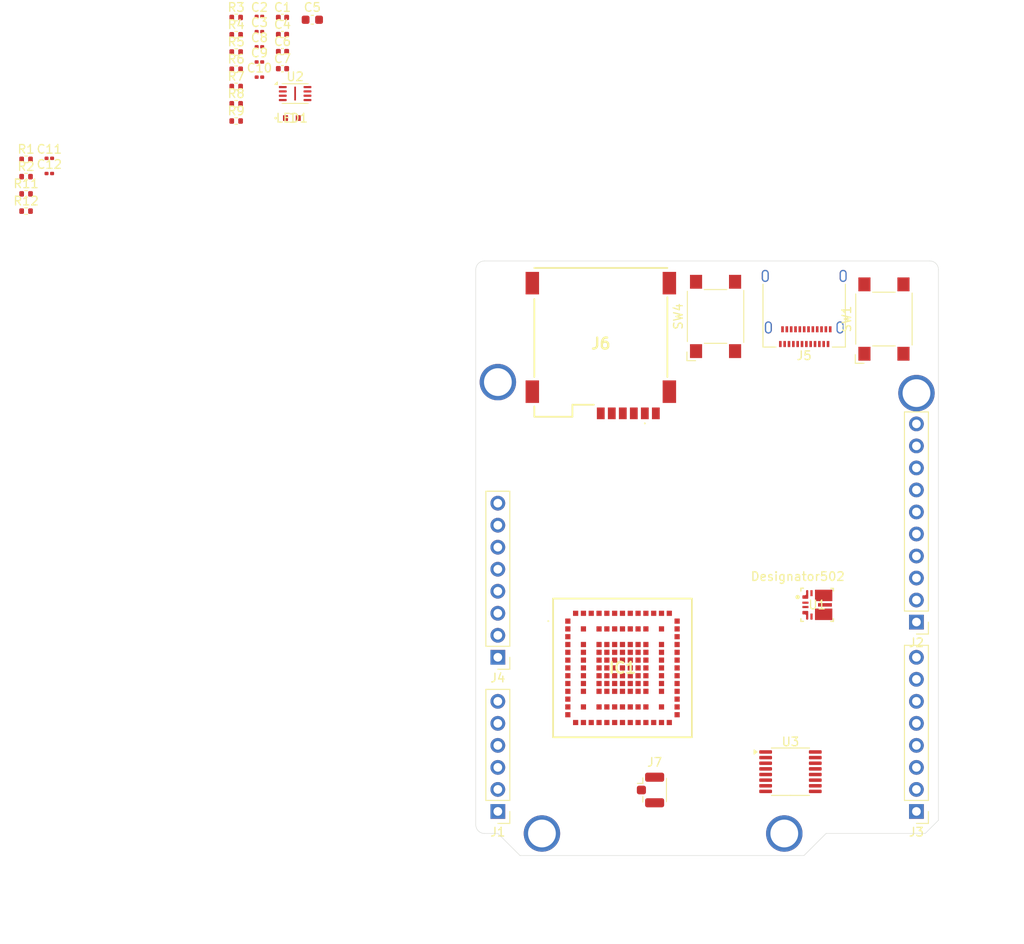
<source format=kicad_pcb>
(kicad_pcb (version 20241229) (generator "pcbnew") (generator_version "9.0")
  (layers (0 "F.Cu" signal) (4 "In1.Cu" signal) (6 "In2.Cu" signal) (2 "B.Cu" signal) (13 "F.Paste" user) (15 "B.Paste" user) (5 "F.SilkS" user "F.Silkscreen") (7 "B.SilkS" user "B.Silkscreen") (1 "F.Mask" user) (3 "B.Mask" user) (25 "Edge.Cuts" user))
  (net 0 "")
  (net 12 "V_INT")
  (net 18 "CELL_RXD")
  (net 19 "CELL_TXD")
  (net 20 "5V")
  (net 22 "GND")
  (net 23 "Net-(J5-GND-PadA1)")
  (net 50 "SIM_VCC")
  (net 51 "VCC")
  (net 52 "SIM_RST")
  (net 53 "SIM_CLK")
  (net 54 "SIM_IO")
  (net 181 "Net-(LED1-Pad2)")
  (net 182 "Net-(U1-MODE)")
  (net 183 "Net-(U1-FB)")
  (net 184 "V_USB")
  (net 185 "VCC_EN")
  (net 186 "THERMAL")
  (net 196 "Net-(U3-2DIR)")
  (net 197 "Net-(U3-1DIR)")
  (net 199 "Net-(U3-2~{OE})")
  (net 200 "Net-(U3-1~{OE})")
  (net 208 "MCU_NRST")
  (net 209 "MCU_BOOT0")
  (net 210 "VIN")
  (net 211 "IOREF")
  (net 212 "A4")
  (net 213 "A5")
  (net 214 "A2")
  (net 215 "A0")
  (net 216 "A1")
  (net 217 "A3")
  (net 218 "D0_USART1_RX")
  (net 219 "D1_USART1_TX")
  (net 220 "3V3")
  (footprint "footprints:LEXIR10801D00B00" (layer "F.Cu") (at 140.818 99.978)
    (property "Reference" "IC1" (at 0 0 0) (layer "F.SilkS") (effects (font (size 1.27 1.27) (thickness 0.254))))
    (property "Value" "LEXI-R10801D-00B-00" (hide yes))
    (pad "1" smd rect (at -6.3 -5.4 90) (size 0.6 0.6) (layers "F.Cu" "F.Mask" "F.Paste"))
    (pad "2" smd rect (at -6.3 -4.5 90) (size 0.6 0.6) (layers "F.Cu" "F.Mask" "F.Paste"))
    (pad "3" smd rect (at -6.3 -3.6 90) (size 0.6 0.6) (layers "F.Cu" "F.Mask" "F.Paste"))
    (pad "4" smd rect (at -6.3 -2.7 90) (size 0.6 0.6) (layers "F.Cu" "F.Mask" "F.Paste") (net 18 "CELL_RXD"))
    (pad "5" smd rect (at -6.3 -1.8 90) (size 0.6 0.6) (layers "F.Cu" "F.Mask" "F.Paste") (net 19 "CELL_TXD"))
    (pad "6" smd rect (at -6.3 -0.9 90) (size 0.6 0.6) (layers "F.Cu" "F.Mask" "F.Paste"))
    (pad "7" smd rect (at -6.3 0 90) (size 0.6 0.6) (layers "F.Cu" "F.Mask" "F.Paste"))
    (pad "8" smd rect (at -6.3 0.9 90) (size 0.6 0.6) (layers "F.Cu" "F.Mask" "F.Paste"))
    (pad "9" smd rect (at -6.3 1.8 90) (size 0.6 0.6) (layers "F.Cu" "F.Mask" "F.Paste"))
    (pad "10" smd rect (at -6.3 2.7 90) (size 0.6 0.6) (layers "F.Cu" "F.Mask" "F.Paste"))
    (pad "11" smd rect (at -6.3 3.6 90) (size 0.6 0.6) (layers "F.Cu" "F.Mask" "F.Paste"))
    (pad "12" smd rect (at -6.3 4.5 90) (size 0.6 0.6) (layers "F.Cu" "F.Mask" "F.Paste"))
    (pad "13" smd rect (at -6.3 5.4 90) (size 0.6 0.6) (layers "F.Cu" "F.Mask" "F.Paste"))
    (pad "14" smd rect (at -5.4 6.3 90) (size 0.6 0.6) (layers "F.Cu" "F.Mask" "F.Paste"))
    (pad "15" smd rect (at -4.5 6.3 90) (size 0.6 0.6) (layers "F.Cu" "F.Mask" "F.Paste"))
    (pad "16" smd rect (at -3.6 6.3 90) (size 0.6 0.6) (layers "F.Cu" "F.Mask" "F.Paste"))
    (pad "17" smd rect (at -2.7 6.3 90) (size 0.6 0.6) (layers "F.Cu" "F.Mask" "F.Paste"))
    (pad "18" smd rect (at -1.8 6.3 90) (size 0.6 0.6) (layers "F.Cu" "F.Mask" "F.Paste"))
    (pad "19" smd rect (at -0.9 6.3 90) (size 0.6 0.6) (layers "F.Cu" "F.Mask" "F.Paste"))
    (pad "20" smd rect (at 0 6.3 90) (size 0.6 0.6) (layers "F.Cu" "F.Mask" "F.Paste"))
    (pad "21" smd rect (at 0.9 6.3 90) (size 0.6 0.6) (layers "F.Cu" "F.Mask" "F.Paste"))
    (pad "22" smd rect (at 1.8 6.3 90) (size 0.6 0.6) (layers "F.Cu" "F.Mask" "F.Paste"))
    (pad "23" smd rect (at 2.7 6.3 90) (size 0.6 0.6) (layers "F.Cu" "F.Mask" "F.Paste"))
    (pad "24" smd rect (at 3.6 6.3 90) (size 0.6 0.6) (layers "F.Cu" "F.Mask" "F.Paste"))
    (pad "25" smd rect (at 4.5 6.3 90) (size 0.6 0.6) (layers "F.Cu" "F.Mask" "F.Paste"))
    (pad "26" smd rect (at 5.4 6.3 90) (size 0.6 0.6) (layers "F.Cu" "F.Mask" "F.Paste"))
    (pad "27" smd rect (at 6.3 5.4 90) (size 0.6 0.6) (layers "F.Cu" "F.Mask" "F.Paste"))
    (pad "28" smd rect (at 6.3 4.5 90) (size 0.6 0.6) (layers "F.Cu" "F.Mask" "F.Paste"))
    (pad "29" smd rect (at 6.3 3.6 90) (size 0.6 0.6) (layers "F.Cu" "F.Mask" "F.Paste"))
    (pad "30" smd rect (at 6.3 2.7 90) (size 0.6 0.6) (layers "F.Cu" "F.Mask" "F.Paste") (net 52 "SIM_RST"))
    (pad "31" smd rect (at 6.3 1.8 90) (size 0.6 0.6) (layers "F.Cu" "F.Mask" "F.Paste") (net 53 "SIM_CLK"))
    (pad "32" smd rect (at 6.3 0.9 90) (size 0.6 0.6) (layers "F.Cu" "F.Mask" "F.Paste") (net 54 "SIM_IO"))
    (pad "33" smd rect (at 6.3 0 90) (size 0.6 0.6) (layers "F.Cu" "F.Mask" "F.Paste") (net 50 "SIM_VCC"))
    (pad "34" smd rect (at 6.3 -0.9 90) (size 0.6 0.6) (layers "F.Cu" "F.Mask" "F.Paste"))
    (pad "35" smd rect (at 6.3 -1.8 90) (size 0.6 0.6) (layers "F.Cu" "F.Mask" "F.Paste"))
    (pad "36" smd rect (at 6.3 -2.7 90) (size 0.6 0.6) (layers "F.Cu" "F.Mask" "F.Paste"))
    (pad "37" smd rect (at 6.3 -3.6 90) (size 0.6 0.6) (layers "F.Cu" "F.Mask" "F.Paste"))
    (pad "38" smd rect (at 6.3 -4.5 90) (size 0.6 0.6) (layers "F.Cu" "F.Mask" "F.Paste"))
    (pad "39" smd rect (at 6.3 -5.4 90) (size 0.6 0.6) (layers "F.Cu" "F.Mask" "F.Paste"))
    (pad "40" smd rect (at 5.4 -6.3 90) (size 0.6 0.6) (layers "F.Cu" "F.Mask" "F.Paste"))
    (pad "41" smd rect (at 4.5 -6.3 90) (size 0.6 0.6) (layers "F.Cu" "F.Mask" "F.Paste"))
    (pad "42" smd rect (at 3.6 -6.3 90) (size 0.6 0.6) (layers "F.Cu" "F.Mask" "F.Paste"))
    (pad "43" smd rect (at 2.7 -6.3 90) (size 0.6 0.6) (layers "F.Cu" "F.Mask" "F.Paste") (net 12 "V_INT"))
    (pad "44" smd rect (at 1.8 -6.3 90) (size 0.6 0.6) (layers "F.Cu" "F.Mask" "F.Paste"))
    (pad "45" smd rect (at 0.9 -6.3 90) (size 0.6 0.6) (layers "F.Cu" "F.Mask" "F.Paste"))
    (pad "46" smd rect (at 0 -6.3 90) (size 0.6 0.6) (layers "F.Cu" "F.Mask" "F.Paste"))
    (pad "47" smd rect (at -0.9 -6.3 90) (size 0.6 0.6) (layers "F.Cu" "F.Mask" "F.Paste"))
    (pad "48" smd rect (at -1.8 -6.3 90) (size 0.6 0.6) (layers "F.Cu" "F.Mask" "F.Paste"))
    (pad "49" smd rect (at -2.7 -6.3 90) (size 0.6 0.6) (layers "F.Cu" "F.Mask" "F.Paste"))
    (pad "50" smd rect (at -3.6 -6.3 90) (size 0.6 0.6) (layers "F.Cu" "F.Mask" "F.Paste"))
    (pad "51" smd rect (at -4.5 -6.3 90) (size 0.6 0.6) (layers "F.Cu" "F.Mask" "F.Paste"))
    (pad "52" smd rect (at -5.4 -6.3 90) (size 0.6 0.6) (layers "F.Cu" "F.Mask" "F.Paste"))
    (pad "53" smd rect (at -4.5 -4.5 90) (size 0.6 0.6) (layers "F.Cu" "F.Mask" "F.Paste"))
    (pad "54" smd rect (at -2.7 -4.5 90) (size 0.6 0.6) (layers "F.Cu" "F.Mask" "F.Paste"))
    (pad "55" smd rect (at -1.8 -4.5 90) (size 0.6 0.6) (layers "F.Cu" "F.Mask" "F.Paste"))
    (pad "56" smd rect (at -0.9 -4.5 90) (size 0.6 0.6) (layers "F.Cu" "F.Mask" "F.Paste"))
    (pad "57" smd rect (at 0 -4.5 90) (size 0.6 0.6) (layers "F.Cu" "F.Mask" "F.Paste"))
    (pad "58" smd rect (at 0.9 -4.5 90) (size 0.6 0.6) (layers "F.Cu" "F.Mask" "F.Paste"))
    (pad "59" smd rect (at 1.8 -4.5 90) (size 0.6 0.6) (layers "F.Cu" "F.Mask" "F.Paste"))
    (pad "60" smd rect (at 2.7 -4.5 90) (size 0.6 0.6) (layers "F.Cu" "F.Mask" "F.Paste"))
    (pad "61" smd rect (at 4.5 -4.5 90) (size 0.6 0.6) (layers "F.Cu" "F.Mask" "F.Paste"))
    (pad "62" smd rect (at -4.5 -2.7 90) (size 0.6 0.6) (layers "F.Cu" "F.Mask" "F.Paste"))
    (pad "63" smd rect (at -2.7 -2.7 90) (size 0.6 0.6) (layers "F.Cu" "F.Mask" "F.Paste"))
    (pad "64" smd rect (at -1.8 -2.7 90) (size 0.6 0.6) (layers "F.Cu" "F.Mask" "F.Paste"))
    (pad "65" smd rect (at -0.9 -2.7 90) (size 0.6 0.6) (layers "F.Cu" "F.Mask" "F.Paste"))
    (pad "66" smd rect (at 0 -2.7 90) (size 0.6 0.6) (layers "F.Cu" "F.Mask" "F.Paste"))
    (pad "67" smd rect (at 0.9 -2.7 90) (size 0.6 0.6) (layers "F.Cu" "F.Mask" "F.Paste"))
    (pad "68" smd rect (at 1.8 -2.7 90) (size 0.6 0.6) (layers "F.Cu" "F.Mask" "F.Paste"))
    (pad "69" smd rect (at 2.7 -2.7 90) (size 0.6 0.6) (layers "F.Cu" "F.Mask" "F.Paste"))
    (pad "70" smd rect (at 4.5 -2.7 90) (size 0.6 0.6) (layers "F.Cu" "F.Mask" "F.Paste"))
    (pad "71" smd rect (at -4.5 -1.8 90) (size 0.6 0.6) (layers "F.Cu" "F.Mask" "F.Paste"))
    (pad "72" smd rect (at -2.7 -1.8 90) (size 0.6 0.6) (layers "F.Cu" "F.Mask" "F.Paste"))
    (pad "73" smd rect (at -1.8 -1.8 90) (size 0.6 0.6) (layers "F.Cu" "F.Mask" "F.Paste"))
    (pad "74" smd rect (at -0.9 -1.8 90) (size 0.6 0.6) (layers "F.Cu" "F.Mask" "F.Paste"))
    (pad "75" smd rect (at 0 -1.8 90) (size 0.6 0.6) (layers "F.Cu" "F.Mask" "F.Paste"))
    (pad "76" smd rect (at 0.9 -1.8 90) (size 0.6 0.6) (layers "F.Cu" "F.Mask" "F.Paste"))
    (pad "77" smd rect (at 1.8 -1.8 90) (size 0.6 0.6) (layers "F.Cu" "F.Mask" "F.Paste"))
    (pad "78" smd rect (at 2.7 -1.8 90) (size 0.6 0.6) (layers "F.Cu" "F.Mask" "F.Paste"))
    (pad "79" smd rect (at 4.5 -1.8 90) (size 0.6 0.6) (layers "F.Cu" "F.Mask" "F.Paste"))
    (pad "80" smd rect (at -4.5 -0.9 90) (size 0.6 0.6) (layers "F.Cu" "F.Mask" "F.Paste"))
    (pad "81" smd rect (at -2.7 -0.9 90) (size 0.6 0.6) (layers "F.Cu" "F.Mask" "F.Paste"))
    (pad "82" smd rect (at -1.8 -0.9 90) (size 0.6 0.6) (layers "F.Cu" "F.Mask" "F.Paste"))
    (pad "83" smd rect (at -0.9 -0.9 90) (size 0.6 0.6) (layers "F.Cu" "F.Mask" "F.Paste"))
    (pad "84" smd rect (at 0 -0.9 90) (size 0.6 0.6) (layers "F.Cu" "F.Mask" "F.Paste"))
    (pad "85" smd rect (at 0.9 -0.9 90) (size 0.6 0.6) (layers "F.Cu" "F.Mask" "F.Paste"))
    (pad "86" smd rect (at 1.8 -0.9 90) (size 0.6 0.6) (layers "F.Cu" "F.Mask" "F.Paste"))
    (pad "87" smd rect (at 2.7 -0.9 90) (size 0.6 0.6) (layers "F.Cu" "F.Mask" "F.Paste"))
    (pad "88" smd rect (at 4.5 -0.9 90) (size 0.6 0.6) (layers "F.Cu" "F.Mask" "F.Paste"))
    (pad "89" smd rect (at -4.5 0 90) (size 0.6 0.6) (layers "F.Cu" "F.Mask" "F.Paste"))
    (pad "90" smd rect (at -2.7 0 90) (size 0.6 0.6) (layers "F.Cu" "F.Mask" "F.Paste"))
    (pad "91" smd rect (at -1.8 0 90) (size 0.6 0.6) (layers "F.Cu" "F.Mask" "F.Paste"))
    (pad "92" smd rect (at -0.9 0 90) (size 0.6 0.6) (layers "F.Cu" "F.Mask" "F.Paste"))
    (pad "93" smd rect (at 0 0 90) (size 0.6 0.6) (layers "F.Cu" "F.Mask" "F.Paste"))
    (pad "94" smd rect (at 0.9 0 90) (size 0.6 0.6) (layers "F.Cu" "F.Mask" "F.Paste"))
    (pad "95" smd rect (at 1.8 0 90) (size 0.6 0.6) (layers "F.Cu" "F.Mask" "F.Paste"))
    (pad "96" smd rect (at 2.7 0 90) (size 0.6 0.6) (layers "F.Cu" "F.Mask" "F.Paste"))
    (pad "97" smd rect (at 4.5 0 90) (size 0.6 0.6) (layers "F.Cu" "F.Mask" "F.Paste"))
    (pad "98" smd rect (at -4.5 0.9 90) (size 0.6 0.6) (layers "F.Cu" "F.Mask" "F.Paste"))
    (pad "99" smd rect (at -2.7 0.9 90) (size 0.6 0.6) (layers "F.Cu" "F.Mask" "F.Paste"))
    (pad "100" smd rect (at -1.8 0.9 90) (size 0.6 0.6) (layers "F.Cu" "F.Mask" "F.Paste"))
    (pad "101" smd rect (at -0.9 0.9 90) (size 0.6 0.6) (layers "F.Cu" "F.Mask" "F.Paste"))
    (pad "102" smd rect (at 0 0.9 90) (size 0.6 0.6) (layers "F.Cu" "F.Mask" "F.Paste"))
    (pad "103" smd rect (at 0.9 0.9 90) (size 0.6 0.6) (layers "F.Cu" "F.Mask" "F.Paste"))
    (pad "104" smd rect (at 1.8 0.9 90) (size 0.6 0.6) (layers "F.Cu" "F.Mask" "F.Paste"))
    (pad "105" smd rect (at 2.7 0.9 90) (size 0.6 0.6) (layers "F.Cu" "F.Mask" "F.Paste"))
    (pad "106" smd rect (at 4.5 0.9 90) (size 0.6 0.6) (layers "F.Cu" "F.Mask" "F.Paste"))
    (pad "107" smd rect (at -4.5 1.8 90) (size 0.6 0.6) (layers "F.Cu" "F.Mask" "F.Paste"))
    (pad "108" smd rect (at -2.7 1.8 90) (size 0.6 0.6) (layers "F.Cu" "F.Mask" "F.Paste"))
    (pad "109" smd rect (at -1.8 1.8 90) (size 0.6 0.6) (layers "F.Cu" "F.Mask" "F.Paste"))
    (pad "110" smd rect (at -0.9 1.8 90) (size 0.6 0.6) (layers "F.Cu" "F.Mask" "F.Paste"))
    (pad "111" smd rect (at 0 1.8 90) (size 0.6 0.6) (layers "F.Cu" "F.Mask" "F.Paste"))
    (pad "112" smd rect (at 0.9 1.8 90) (size 0.6 0.6) (layers "F.Cu" "F.Mask" "F.Paste"))
    (pad "113" smd rect (at 1.8 1.8 90) (size 0.6 0.6) (layers "F.Cu" "F.Mask" "F.Paste"))
    (pad "114" smd rect (at 2.7 1.8 90) (size 0.6 0.6) (layers "F.Cu" "F.Mask" "F.Paste"))
    (pad "115" smd rect (at 4.5 1.8 90) (size 0.6 0.6) (layers "F.Cu" "F.Mask" "F.Paste"))
    (pad "116" smd rect (at -4.5 2.7 90) (size 0.6 0.6) (layers "F.Cu" "F.Mask" "F.Paste"))
    (pad "117" smd rect (at -2.7 2.7 90) (size 0.6 0.6) (layers "F.Cu" "F.Mask" "F.Paste"))
    (pad "118" smd rect (at -1.8 2.7 90) (size 0.6 0.6) (layers "F.Cu" "F.Mask" "F.Paste"))
    (pad "119" smd rect (at -0.9 2.7 90) (size 0.6 0.6) (layers "F.Cu" "F.Mask" "F.Paste"))
    (pad "120" smd rect (at 0 2.7 90) (size 0.6 0.6) (layers "F.Cu" "F.Mask" "F.Paste"))
    (pad "121" smd rect (at 0.9 2.7 90) (size 0.6 0.6) (layers "F.Cu" "F.Mask" "F.Paste"))
    (pad "122" smd rect (at 1.8 2.7 90) (size 0.6 0.6) (layers "F.Cu" "F.Mask" "F.Paste"))
    (pad "123" smd rect (at 2.7 2.7 90) (size 0.6 0.6) (layers "F.Cu" "F.Mask" "F.Paste"))
    (pad "124" smd rect (at 4.5 2.7 90) (size 0.6 0.6) (layers "F.Cu" "F.Mask" "F.Paste"))
    (pad "125" smd rect (at -4.5 4.5 90) (size 0.6 0.6) (layers "F.Cu" "F.Mask" "F.Paste"))
    (pad "126" smd rect (at -2.7 4.5 90) (size 0.6 0.6) (layers "F.Cu" "F.Mask" "F.Paste"))
    (pad "127" smd rect (at -1.8 4.5 90) (size 0.6 0.6) (layers "F.Cu" "F.Mask" "F.Paste"))
    (pad "128" smd rect (at -0.9 4.5 90) (size 0.6 0.6) (layers "F.Cu" "F.Mask" "F.Paste"))
    (pad "129" smd rect (at 0 4.5 90) (size 0.6 0.6) (layers "F.Cu" "F.Mask" "F.Paste"))
    (pad "130" smd rect (at 0.9 4.5 90) (size 0.6 0.6) (layers "F.Cu" "F.Mask" "F.Paste"))
    (pad "131" smd rect (at 1.8 4.5 90) (size 0.6 0.6) (layers "F.Cu" "F.Mask" "F.Paste"))
    (pad "132" smd rect (at 2.7 4.5 90) (size 0.6 0.6) (layers "F.Cu" "F.Mask" "F.Paste"))
    (pad "133" smd rect (at 4.5 4.5 90) (size 0.6 0.6) (layers "F.Cu" "F.Mask" "F.Paste"))
  )
  (footprint "Resistor_SMD:R_0402_1005Metric" (layer "F.Cu") (at 96.281 24.95)
    (property "Reference" "R3" (at 0 -1.17 0) (layer "F.SilkS"))
    (property "Value" "10K 1%")
    (pad "1" smd roundrect (at -0.51 0) (size 0.54 0.64) (layers "F.Cu" "F.Mask" "F.Paste") (net 20 "5V"))
    (pad "2" smd roundrect (at 0.51 0) (size 0.54 0.64) (layers "F.Cu" "F.Mask" "F.Paste") (net 182 "Net-(U1-MODE)"))
  )
  (footprint "Resistor_SMD:R_0402_1005Metric" (layer "F.Cu") (at 72.058 47.285)
    (property "Reference" "R12" (at 0 -1.17 0) (layer "F.SilkS"))
    (property "Value" "10K 1%")
    (pad "1" smd roundrect (at -0.51 0) (size 0.54 0.64) (layers "F.Cu" "F.Mask" "F.Paste") (net 200 "Net-(U3-1~{OE})"))
    (pad "2" smd roundrect (at 0.51 0) (size 0.54 0.64) (layers "F.Cu" "F.Mask" "F.Paste") (net 22 "GND"))
  )
  (footprint "Package_SON:Winbond_USON-8-1EP_3x2mm_P0.5mm_EP0.2x1.6mm" (layer "F.Cu") (at 103.076 33.725)
    (property "Reference" "U2" (at 0 -1.95 0) (layer "F.SilkS"))
    (property "Value" "APS1604M-3SQRx-ZR")
    (pad "1" smd roundrect (at -1.425 -0.75) (size 0.9 0.25) (layers "F.Cu" "F.Mask" "F.Paste"))
    (pad "2" smd roundrect (at -1.425 -0.25) (size 0.9 0.25) (layers "F.Cu" "F.Mask" "F.Paste"))
    (pad "3" smd roundrect (at -1.425 0.25) (size 0.9 0.25) (layers "F.Cu" "F.Mask" "F.Paste"))
    (pad "4" smd roundrect (at -1.425 0.75) (size 0.9 0.25) (layers "F.Cu" "F.Mask" "F.Paste"))
    (pad "5" smd roundrect (at 1.425 0.75) (size 0.9 0.25) (layers "F.Cu" "F.Mask" "F.Paste"))
    (pad "6" smd roundrect (at 1.425 0.25) (size 0.9 0.25) (layers "F.Cu" "F.Mask" "F.Paste"))
    (pad "7" smd roundrect (at 1.425 -0.25) (size 0.9 0.25) (layers "F.Cu" "F.Mask" "F.Paste"))
    (pad "8" smd roundrect (at 1.425 -0.75) (size 0.9 0.25) (layers "F.Cu" "F.Mask" "F.Paste"))
    (pad "9" smd rect (at 0 0) (size 0.2 1.6) (property pad_prop_heatsink) (layers "F.Cu" "F.Mask"))
  )
  (footprint "Resistor_SMD:R_0402_1005Metric" (layer "F.Cu") (at 72.058 45.295)
    (property "Reference" "R11" (at 0 -1.17 0) (layer "F.SilkS"))
    (property "Value" "10K 1%")
    (pad "1" smd roundrect (at -0.51 0) (size 0.54 0.64) (layers "F.Cu" "F.Mask" "F.Paste") (net 199 "Net-(U3-2~{OE})"))
    (pad "2" smd roundrect (at 0.51 0) (size 0.54 0.64) (layers "F.Cu" "F.Mask" "F.Paste") (net 22 "GND"))
  )
  (footprint "Connector_USB:USB_C_Receptacle_Amphenol_12401610E4-2A" (layer "F.Cu") (at 161.768 57.596 180)
    (property "Reference" "J5" (at 0 -6.36 0) (layer "F.SilkS"))
    (property "Value" "USB_C_Receptacle")
    (pad "" np_thru_hole circle (at -3.6 -4.36 180) (size 0.65 0.65) (drill 0.65) (layers "*.Cu" "*.Mask"))
    (pad "" np_thru_hole oval (at 3.6 -4.36 180) (size 0.95 0.65) (drill oval 0.95 0.65) (layers "*.Cu" "*.Mask"))
    (pad "A1" smd rect (at -2.75 -5.02 180) (size 0.3 0.7) (layers "F.Cu" "F.Mask" "F.Paste") (net 23 "Net-(J5-GND-PadA1)"))
    (pad "A2" smd rect (at -2.25 -5.02 180) (size 0.3 0.7) (layers "F.Cu" "F.Mask" "F.Paste"))
    (pad "A3" smd rect (at -1.75 -5.02 180) (size 0.3 0.7) (layers "F.Cu" "F.Mask" "F.Paste"))
    (pad "A4" smd rect (at -1.25 -5.02 180) (size 0.3 0.7) (layers "F.Cu" "F.Mask" "F.Paste") (net 20 "5V"))
    (pad "A5" smd rect (at -0.75 -5.02 180) (size 0.3 0.7) (layers "F.Cu" "F.Mask" "F.Paste"))
    (pad "A6" smd rect (at -0.25 -5.02 180) (size 0.3 0.7) (layers "F.Cu" "F.Mask" "F.Paste"))
    (pad "A7" smd rect (at 0.25 -5.02 180) (size 0.3 0.7) (layers "F.Cu" "F.Mask" "F.Paste"))
    (pad "A8" smd rect (at 0.75 -5.02 180) (size 0.3 0.7) (layers "F.Cu" "F.Mask" "F.Paste"))
    (pad "A9" smd rect (at 1.25 -5.02 180) (size 0.3 0.7) (layers "F.Cu" "F.Mask" "F.Paste") (net 20 "5V"))
    (pad "A10" smd rect (at 1.75 -5.02 180) (size 0.3 0.7) (layers "F.Cu" "F.Mask" "F.Paste"))
    (pad "A11" smd rect (at 2.25 -5.02 180) (size 0.3 0.7) (layers "F.Cu" "F.Mask" "F.Paste"))
    (pad "A12" smd rect (at 2.75 -5.02 180) (size 0.3 0.7) (layers "F.Cu" "F.Mask" "F.Paste") (net 23 "Net-(J5-GND-PadA1)"))
    (pad "B1" smd rect (at 2.5 -3.32 180) (size 0.3 0.7) (layers "F.Cu" "F.Mask" "F.Paste") (net 23 "Net-(J5-GND-PadA1)"))
    (pad "B2" smd rect (at 2 -3.32 180) (size 0.3 0.7) (layers "F.Cu" "F.Mask" "F.Paste"))
    (pad "B3" smd rect (at 1.5 -3.32 180) (size 0.3 0.7) (layers "F.Cu" "F.Mask" "F.Paste"))
    (pad "B4" smd rect (at 1 -3.32 180) (size 0.3 0.7) (layers "F.Cu" "F.Mask" "F.Paste") (net 20 "5V"))
    (pad "B5" smd rect (at 0.5 -3.32 180) (size 0.3 0.7) (layers "F.Cu" "F.Mask" "F.Paste"))
    (pad "B6" smd rect (at 0 -3.32 180) (size 0.3 0.7) (layers "F.Cu" "F.Mask" "F.Paste"))
    (pad "B7" smd rect (at -0.5 -3.32 180) (size 0.3 0.7) (layers "F.Cu" "F.Mask" "F.Paste"))
    (pad "B8" smd rect (at -1 -3.32 180) (size 0.3 0.7) (layers "F.Cu" "F.Mask" "F.Paste"))
    (pad "B9" smd rect (at -1.5 -3.32 180) (size 0.3 0.7) (layers "F.Cu" "F.Mask" "F.Paste") (net 20 "5V"))
    (pad "B10" smd rect (at -2 -3.32 180) (size 0.3 0.7) (layers "F.Cu" "F.Mask" "F.Paste"))
    (pad "B11" smd rect (at -2.5 -3.32 180) (size 0.3 0.7) (layers "F.Cu" "F.Mask" "F.Paste"))
    (pad "B12" smd rect (at -3 -3.32 180) (size 0.3 0.7) (layers "F.Cu" "F.Mask" "F.Paste") (net 23 "Net-(J5-GND-PadA1)"))
    (pad "S1" thru_hole oval (at -4.49 2.84 180) (size 0.8 1.4) (drill oval 0.5 1.1) (property pad_prop_heatsink) (layers "*.Cu" "*.Mask"))
    (pad "S1" thru_hole oval (at -4.13 -3.11 180) (size 0.8 1.4) (drill oval 0.5 1.1) (property pad_prop_heatsink) (layers "*.Cu" "*.Mask"))
    (pad "S1" thru_hole oval (at 4.13 -3.11 180) (size 0.8 1.4) (drill oval 0.5 1.1) (property pad_prop_heatsink) (layers "*.Cu" "*.Mask"))
    (pad "S1" thru_hole oval (at 4.49 2.84 180) (size 0.8 1.4) (drill oval 0.5 1.1) (property pad_prop_heatsink) (layers "*.Cu" "*.Mask"))
  )
  (footprint "Resistor_SMD:R_0402_1005Metric" (layer "F.Cu") (at 72.058 43.305)
    (property "Reference" "R2" (at 0 -1.17 0) (layer "F.SilkS"))
    (property "Value" "10K 1%")
    (pad "1" smd roundrect (at -0.51 0) (size 0.54 0.64) (layers "F.Cu" "F.Mask" "F.Paste") (net 197 "Net-(U3-1DIR)"))
    (pad "2" smd roundrect (at 0.51 0) (size 0.54 0.64) (layers "F.Cu" "F.Mask" "F.Paste") (net 22 "GND"))
  )
  (footprint "Capacitor_SMD:C_0201_0603Metric" (layer "F.Cu") (at 98.961 31.83)
    (property "Reference" "C10" (at 0 -1.05 0) (layer "F.SilkS"))
    (property "Value" "33P 50V")
    (pad "1" smd roundrect (at -0.32 0) (size 0.46 0.4) (layers "F.Cu" "F.Mask") (net 22 "GND"))
    (pad "2" smd roundrect (at 0.32 0) (size 0.46 0.4) (layers "F.Cu" "F.Mask") (net 54 "SIM_IO"))
  )
  (footprint "Button_Switch_SMD:SW_SPST_Omron_B3FS-100xP" (layer "F.Cu") (at 170.963 59.736 90)
    (property "Reference" "SW1" (at 0 -4.3 90) (layer "F.SilkS"))
    (property "Value" "B3FS-1000P")
    (pad "1" smd rect (at -4 -2.25 270) (size 1.6 1.4) (layers "F.Cu" "F.Mask" "F.Paste"))
    (pad "1" smd rect (at 4 -2.25 270) (size 1.6 1.4) (layers "F.Cu" "F.Mask" "F.Paste"))
    (pad "2" smd rect (at -4 2.25 270) (size 1.6 1.4) (layers "F.Cu" "F.Mask" "F.Paste"))
    (pad "2" smd rect (at 4 2.25 270) (size 1.6 1.4) (layers "F.Cu" "F.Mask" "F.Paste"))
  )
  (footprint "footprints:LED_LTST-S270TGKT_LTO-L" (layer "F.Cu") (at 102.7053 36.5538)
    (property "Reference" "LED1" (at 0 0 0) (layer "F.SilkS"))
    (property "Value" "LTST-S270TGKT")
    (pad "1" smd rect (at -0.7366 0) (size 0.5842 0.6604) (layers "F.Cu" "F.Mask" "F.Paste") (net 22 "GND"))
    (pad "2" smd rect (at 0.7366 0) (size 0.5842 0.6604) (layers "F.Cu" "F.Mask" "F.Paste") (net 181 "Net-(LED1-Pad2)"))
  )
  (footprint "Resistor_SMD:R_0402_1005Metric" (layer "F.Cu") (at 96.281 32.91)
    (property "Reference" "R7" (at 0 -1.17 0) (layer "F.SilkS"))
    (property "Value" "180R 5%")
    (pad "1" smd roundrect (at -0.51 0) (size 0.54 0.64) (layers "F.Cu" "F.Mask" "F.Paste") (net 51 "VCC"))
    (pad "2" smd roundrect (at 0.51 0) (size 0.54 0.64) (layers "F.Cu" "F.Mask" "F.Paste") (net 181 "Net-(LED1-Pad2)"))
  )
  (footprint "Resistor_SMD:R_0402_1005Metric" (layer "F.Cu") (at 96.281 26.94)
    (property "Reference" "R4" (at 0 -1.17 0) (layer "F.SilkS"))
    (property "Value" "10K 1%")
    (pad "1" smd roundrect (at -0.51 0) (size 0.54 0.64) (layers "F.Cu" "F.Mask" "F.Paste") (net 182 "Net-(U1-MODE)"))
    (pad "2" smd roundrect (at 0.51 0) (size 0.54 0.64) (layers "F.Cu" "F.Mask" "F.Paste") (net 22 "GND"))
  )
  (footprint "Capacitor_SMD:C_0402_1005Metric" (layer "F.Cu") (at 101.621 28.88)
    (property "Reference" "C6" (at 0 -1.16 0) (layer "F.SilkS"))
    (property "Value" "10u 10V")
    (pad "1" smd roundrect (at -0.48 0) (size 0.56 0.62) (layers "F.Cu" "F.Mask" "F.Paste") (net 51 "VCC"))
    (pad "2" smd roundrect (at 0.48 0) (size 0.56 0.62) (layers "F.Cu" "F.Mask" "F.Paste") (net 22 "GND"))
  )
  (footprint "footprints:SSW-110-03-L-S" (layer "F.Cu") (at 174.708 94.689584 180)
    (property "Reference" "J2" (at 0 -2.38 0) (layer "F.SilkS"))
    (property "Value" "SSW-110-03-G-S")
    (pad "1" thru_hole rect (at 0 0 180) (size 1.7 1.7) (drill 1) (layers "*.Cu" "*.Mask"))
    (pad "2" thru_hole circle (at 0 2.54 180) (size 1.7 1.7) (drill 1) (layers "*.Cu" "*.Mask"))
    (pad "3" thru_hole circle (at 0 5.08 180) (size 1.7 1.7) (drill 1) (layers "*.Cu" "*.Mask"))
    (pad "4" thru_hole circle (at 0 7.62 180) (size 1.7 1.7) (drill 1) (layers "*.Cu" "*.Mask"))
    (pad "5" thru_hole circle (at 0 10.16 180) (size 1.7 1.7) (drill 1) (layers "*.Cu" "*.Mask"))
    (pad "6" thru_hole circle (at 0 12.7 180) (size 1.7 1.7) (drill 1) (layers "*.Cu" "*.Mask"))
    (pad "7" thru_hole circle (at 0 15.24 180) (size 1.7 1.7) (drill 1) (layers "*.Cu" "*.Mask"))
    (pad "8" thru_hole circle (at 0 17.78 180) (size 1.7 1.7) (drill 1) (layers "*.Cu" "*.Mask"))
    (pad "9" thru_hole circle (at 0 20.32 180) (size 1.7 1.7) (drill 1) (layers "*.Cu" "*.Mask"))
    (pad "10" thru_hole circle (at 0 22.86 180) (size 1.7 1.7) (drill 1) (layers "*.Cu" "*.Mask"))
  )
  (footprint "Package_SO:TSSOP-16_4.4x5mm_P0.65mm" (layer "F.Cu") (at 160.1845 111.949)
    (property "Reference" "U3" (at 0 -3.45 0) (layer "F.SilkS"))
    (property "Value" "SN74AVC4T245PW")
    (pad "1" smd roundrect (at -2.8625 -2.275) (size 1.475 0.4) (layers "F.Cu" "F.Mask" "F.Paste") (net 211 "IOREF"))
    (pad "2" smd roundrect (at -2.8625 -1.625) (size 1.475 0.4) (layers "F.Cu" "F.Mask" "F.Paste") (net 197 "Net-(U3-1DIR)"))
    (pad "3" smd roundrect (at -2.8625 -0.975) (size 1.475 0.4) (layers "F.Cu" "F.Mask" "F.Paste") (net 196 "Net-(U3-2DIR)"))
    (pad "4" smd roundrect (at -2.8625 -0.325) (size 1.475 0.4) (layers "F.Cu" "F.Mask" "F.Paste") (net 219 "D1_USART1_TX"))
    (pad "5" smd roundrect (at -2.8625 0.325) (size 1.475 0.4) (layers "F.Cu" "F.Mask" "F.Paste"))
    (pad "6" smd roundrect (at -2.8625 0.975) (size 1.475 0.4) (layers "F.Cu" "F.Mask" "F.Paste") (net 218 "D0_USART1_RX"))
    (pad "7" smd roundrect (at -2.8625 1.625) (size 1.475 0.4) (layers "F.Cu" "F.Mask" "F.Paste"))
    (pad "8" smd roundrect (at -2.8625 2.275) (size 1.475 0.4) (layers "F.Cu" "F.Mask" "F.Paste") (net 22 "GND"))
    (pad "9" smd roundrect (at 2.8625 2.275) (size 1.475 0.4) (layers "F.Cu" "F.Mask" "F.Paste") (net 22 "GND"))
    (pad "10" smd roundrect (at 2.8625 1.625) (size 1.475 0.4) (layers "F.Cu" "F.Mask" "F.Paste"))
    (pad "11" smd roundrect (at 2.8625 0.975) (size 1.475 0.4) (layers "F.Cu" "F.Mask" "F.Paste") (net 18 "CELL_RXD"))
    (pad "12" smd roundrect (at 2.8625 0.325) (size 1.475 0.4) (layers "F.Cu" "F.Mask" "F.Paste"))
    (pad "13" smd roundrect (at 2.8625 -0.325) (size 1.475 0.4) (layers "F.Cu" "F.Mask" "F.Paste") (net 19 "CELL_TXD"))
    (pad "14" smd roundrect (at 2.8625 -0.975) (size 1.475 0.4) (layers "F.Cu" "F.Mask" "F.Paste") (net 199 "Net-(U3-2~{OE})"))
    (pad "15" smd roundrect (at 2.8625 -1.625) (size 1.475 0.4) (layers "F.Cu" "F.Mask" "F.Paste") (net 200 "Net-(U3-1~{OE})"))
    (pad "16" smd roundrect (at 2.8625 -2.275) (size 1.475 0.4) (layers "F.Cu" "F.Mask" "F.Paste") (net 12 "V_INT"))
  )
  (footprint "Capacitor_SMD:C_0402_1005Metric" (layer "F.Cu") (at 101.621 30.85)
    (property "Reference" "C7" (at 0 -1.16 0) (layer "F.SilkS"))
    (property "Value" "2N2 16V")
    (pad "1" smd roundrect (at -0.48 0) (size 0.56 0.62) (layers "F.Cu" "F.Mask" "F.Paste") (net 51 "VCC"))
    (pad "2" smd roundrect (at 0.48 0) (size 0.56 0.62) (layers "F.Cu" "F.Mask" "F.Paste") (net 22 "GND"))
  )
  (footprint "Capacitor_SMD:C_0201_0603Metric" (layer "F.Cu") (at 74.738 42.945)
    (property "Reference" "C12" (at 0 -1.05 0) (layer "F.SilkS"))
    (property "Value" "100N 10V")
    (pad "1" smd roundrect (at -0.32 0) (size 0.46 0.4) (layers "F.Cu" "F.Mask") (net 12 "V_INT"))
    (pad "2" smd roundrect (at 0.32 0) (size 0.46 0.4) (layers "F.Cu" "F.Mask") (net 22 "GND"))
  )
  (footprint "Connector_Coaxial:U.FL_Hirose_U.FL-R-SMT-1_Vertical" (layer "F.Cu") (at 144.051 114.061)
    (property "Reference" "J7" (at 0.475 -3.2 0) (layer "F.SilkS"))
    (property "Value" "Conn_Coaxial")
    (pad "1" smd roundrect (at -1.05 0) (size 1.05 1) (layers "F.Cu" "F.Mask" "F.Paste"))
    (pad "2" smd roundrect (at 0.475 -1.475) (size 2.2 1.05) (layers "F.Cu" "F.Mask" "F.Paste") (roundrect_rratio 0.2380952381))
    (pad "2" smd roundrect (at 0.475 1.475) (size 2.2 1.05) (layers "F.Cu" "F.Mask" "F.Paste") (roundrect_rratio 0.2380952381))
  )
  (footprint "footprints:RDS0009A-MFG" (layer "F.Cu") (at 163.262 92.705)
    (property "Reference" "U1" (at 0 0 0) (layer "F.SilkS"))
    (property "Value" "TPSM828303ARDSR")
    (fp_poly (pts (xy -1.024999 -1.649999) (xy -1.074999 -1.699999) (xy -1.224999 -1.699999) (xy -1.275001 -1.649999) (xy -1.275001 -1.2) (xy -1.375001 -1.1) (xy -1.649999 -1.1) (xy -1.699999 -1.05) (xy -1.699999 -0.750001) (xy -1.649999 -0.699999) (xy -1.074999 -0.699999) (xy -1.024999 -0.750001)) (fill yes) (layer "F.Cu"))
    (fp_poly (pts (xy -1.024999 1.649999) (xy -1.074999 1.699999) (xy -1.224999 1.699999) (xy -1.275001 1.649999) (xy -1.274999 1.2) (xy -1.375001 1.1) (xy -1.649999 1.1) (xy -1.699999 1.05) (xy -1.699999 0.750001) (xy -1.649999 0.699999) (xy -1.074999 0.699999) (xy -1.024997 0.750001)) (fill yes) (layer "F.Cu"))
    (fp_text user "Designator502" (at -2.235195 -3.27661 0) (layer "F.SilkS"))
    (pad "1" smd circle (at -1.235939 -0.910935) (size 0.379687 0.379687) (layers "F.Cu") (net 20 "5V"))
    (pad "2" smd rect (at -1.35 -0.25) (size 0.700001 0.249999) (layers "F.Cu" "F.Paste") (net 22 "GND"))
    (pad "3" smd rect (at -1.35 0.25) (size 0.700001 0.249999) (layers "F.Cu" "F.Paste") (net 182 "Net-(U1-MODE)"))
    (pad "4" smd circle (at -1.48906 0.898434) (size 0.357182 0.357182) (layers "F.Cu") (net 183 "Net-(U1-FB)"))
    (pad "5" smd rect (at -0.650001 1.35) (size 0.249999 0.700001) (layers "F.Cu" "F.Paste"))
    (pad "6" smd rect (at 0.750001 1.087501) (size 2.000001 1.325001) (layers "F.Cu") (net 51 "VCC"))
    (pad "7" smd rect (at 0.900001 0) (size 1.599999 0.399999) (layers "F.Cu"))
    (pad "8" smd rect (at 0.750001 -1.087501) (size 2.000001 1.325001) (layers "F.Cu") (net 186 "THERMAL"))
    (pad "9" smd rect (at -0.650001 -1.35) (size 0.249999 0.700001) (layers "F.Cu" "F.Paste") (net 185 "VCC_EN"))
  )
  (footprint "Capacitor_SMD:C_0201_0603Metric" (layer "F.Cu") (at 98.961 26.58)
    (property "Reference" "C3" (at 0 -1.05 0) (layer "F.SilkS"))
    (property "Value" "33P 50V")
    (pad "1" smd roundrect (at -0.32 0) (size 0.46 0.4) (layers "F.Cu" "F.Mask") (net 50 "SIM_VCC"))
    (pad "2" smd roundrect (at 0.32 0) (size 0.46 0.4) (layers "F.Cu" "F.Mask") (net 22 "GND"))
  )
  (footprint "Capacitor_SMD:C_0201_0603Metric" (layer "F.Cu") (at 98.961 30.08)
    (property "Reference" "C9" (at 0 -1.05 0) (layer "F.SilkS"))
    (property "Value" "33P 50V")
    (pad "1" smd roundrect (at -0.32 0) (size 0.46 0.4) (layers "F.Cu" "F.Mask") (net 53 "SIM_CLK"))
    (pad "2" smd roundrect (at 0.32 0) (size 0.46 0.4) (layers "F.Cu" "F.Mask") (net 22 "GND"))
  )
  (footprint "Resistor_SMD:R_0402_1005Metric" (layer "F.Cu") (at 96.281 34.9)
    (property "Reference" "R8" (at 0 -1.17 0) (layer "F.SilkS"))
    (property "Value" "10K 1%")
    (pad "1" smd roundrect (at -0.51 0) (size 0.54 0.64) (layers "F.Cu" "F.Mask" "F.Paste") (net 184 "V_USB"))
    (pad "2" smd roundrect (at 0.51 0) (size 0.54 0.64) (layers "F.Cu" "F.Mask" "F.Paste") (net 185 "VCC_EN"))
  )
  (footprint "Button_Switch_SMD:SW_SPST_Omron_B3FS-100xP" (layer "F.Cu") (at 151.55 59.434 90)
    (property "Reference" "SW4" (at 0 -4.3 90) (layer "F.SilkS"))
    (property "Value" "B3FS-1000P")
    (pad "1" smd rect (at -4 -2.25 270) (size 1.6 1.4) (layers "F.Cu" "F.Mask" "F.Paste"))
    (pad "1" smd rect (at 4 -2.25 270) (size 1.6 1.4) (layers "F.Cu" "F.Mask" "F.Paste"))
    (pad "2" smd rect (at -4 2.25 270) (size 1.6 1.4) (layers "F.Cu" "F.Mask" "F.Paste"))
    (pad "2" smd rect (at 4 2.25 270) (size 1.6 1.4) (layers "F.Cu" "F.Mask" "F.Paste"))
  )
  (footprint "footprints:SSW-108-03-G-S" (layer "F.Cu") (at 126.448 98.754 180)
    (property "Reference" "J4" (at 0 -2.38 0) (layer "F.SilkS"))
    (property "Value" "SSW-108-03-G-S")
    (pad "1" thru_hole rect (at 0 0 180) (size 1.7 1.7) (drill 1) (layers "*.Cu" "*.Mask") (net 210 "VIN"))
    (pad "2" thru_hole circle (at 0 2.54 180) (size 1.7 1.7) (drill 1) (layers "*.Cu" "*.Mask") (net 22 "GND"))
    (pad "3" thru_hole circle (at 0 5.08 180) (size 1.7 1.7) (drill 1) (layers "*.Cu" "*.Mask") (net 22 "GND"))
    (pad "4" thru_hole circle (at 0 7.62 180) (size 1.7 1.7) (drill 1) (layers "*.Cu" "*.Mask") (net 20 "5V"))
    (pad "5" thru_hole circle (at 0 10.16 180) (size 1.7 1.7) (drill 1) (layers "*.Cu" "*.Mask") (net 220 "3V3"))
    (pad "6" thru_hole circle (at 0 12.7 180) (size 1.7 1.7) (drill 1) (layers "*.Cu" "*.Mask") (net 208 "MCU_NRST"))
    (pad "7" thru_hole circle (at 0 15.24 180) (size 1.7 1.7) (drill 1) (layers "*.Cu" "*.Mask") (net 211 "IOREF"))
    (pad "8" thru_hole circle (at 0 17.78 180) (size 1.7 1.7) (drill 1) (layers "*.Cu" "*.Mask") (net 209 "MCU_BOOT0"))
  )
  (footprint "footprints:SSW-106-03-G-S" (layer "F.Cu") (at 126.448 116.534 180)
    (property "Reference" "J1" (at 0 -2.38 0) (layer "F.SilkS"))
    (property "Value" "SSW-106-03-G-S")
    (pad "1" thru_hole rect (at 0 0 180) (size 1.7 1.7) (drill 1) (layers "*.Cu" "*.Mask") (net 213 "A5"))
    (pad "2" thru_hole circle (at 0 2.54 180) (size 1.7 1.7) (drill 1) (layers "*.Cu" "*.Mask") (net 212 "A4"))
    (pad "3" thru_hole circle (at 0 5.08 180) (size 1.7 1.7) (drill 1) (layers "*.Cu" "*.Mask") (net 217 "A3"))
    (pad "4" thru_hole circle (at 0 7.62 180) (size 1.7 1.7) (drill 1) (layers "*.Cu" "*.Mask") (net 214 "A2"))
    (pad "5" thru_hole circle (at 0 10.16 180) (size 1.7 1.7) (drill 1) (layers "*.Cu" "*.Mask") (net 216 "A1"))
    (pad "6" thru_hole circle (at 0 12.7 180) (size 1.7 1.7) (drill 1) (layers "*.Cu" "*.Mask") (net 215 "A0"))
  )
  (footprint "Capacitor_SMD:C_0402_1005Metric" (layer "F.Cu") (at 101.621 24.94)
    (property "Reference" "C1" (at 0 -1.16 0) (layer "F.SilkS"))
    (property "Value" "4U7 10V")
    (pad "1" smd roundrect (at -0.48 0) (size 0.56 0.62) (layers "F.Cu" "F.Mask" "F.Paste") (net 20 "5V"))
    (pad "2" smd roundrect (at 0.48 0) (size 0.56 0.62) (layers "F.Cu" "F.Mask" "F.Paste") (net 22 "GND"))
  )
  (footprint "Resistor_SMD:R_0402_1005Metric" (layer "F.Cu") (at 96.281 36.89)
    (property "Reference" "R9" (at 0 -1.17 0) (layer "F.SilkS"))
    (property "Value" "1K5 5%")
    (pad "1" smd roundrect (at -0.51 0) (size 0.54 0.64) (layers "F.Cu" "F.Mask" "F.Paste") (net 185 "VCC_EN"))
    (pad "2" smd roundrect (at 0.51 0) (size 0.54 0.64) (layers "F.Cu" "F.Mask" "F.Paste") (net 22 "GND"))
  )
  (footprint "footprints:MSIM2A" (layer "F.Cu") (at 138.325 62.423 180)
    (property "Reference" "J6" (at 0 -0.143 180) (layer "F.SilkS") (effects (font (size 1.27 1.27) (thickness 0.254))))
    (property "Value" "MSIM-2-A" (hide yes))
    (pad "C1" smd rect (at -5.07 -8.19 180) (size 0.9 1.35) (layers "F.Cu" "F.Mask" "F.Paste") (net 50 "SIM_VCC"))
    (pad "C2" smd rect (at -2.53 -8.19 180) (size 0.9 1.35) (layers "F.Cu" "F.Mask" "F.Paste") (net 52 "SIM_RST"))
    (pad "C3" smd rect (at 0.01 -8.19 180) (size 0.9 1.35) (layers "F.Cu" "F.Mask" "F.Paste") (net 53 "SIM_CLK"))
    (pad "C5" smd rect (at -6.34 -8.19 180) (size 0.9 1.35) (layers "F.Cu" "F.Mask" "F.Paste"))
    (pad "C6" smd rect (at -3.8 -8.19 180) (size 0.9 1.35) (layers "F.Cu" "F.Mask" "F.Paste"))
    (pad "C7" smd rect (at -1.26 -8.19 180) (size 0.9 1.35) (layers "F.Cu" "F.Mask" "F.Paste") (net 54 "SIM_IO"))
    (pad "MP1" smd rect (at -7.9 -5.69 180) (size 1.55 2.6) (layers "F.Cu" "F.Mask" "F.Paste"))
    (pad "MP2" smd rect (at -7.9 6.83 180) (size 1.55 2.6) (layers "F.Cu" "F.Mask" "F.Paste"))
    (pad "MP3" smd rect (at 7.9 6.83 180) (size 1.55 2.6) (layers "F.Cu" "F.Mask" "F.Paste"))
    (pad "MP4" smd rect (at 7.9 -5.69 180) (size 1.55 2.6) (layers "F.Cu" "F.Mask" "F.Paste"))
  )
  (footprint "Capacitor_SMD:C_0402_1005Metric" (layer "F.Cu") (at 101.621 26.91)
    (property "Reference" "C4" (at 0 -1.16 0) (layer "F.SilkS"))
    (property "Value" "2N2 16V")
    (pad "1" smd roundrect (at -0.48 0) (size 0.56 0.62) (layers "F.Cu" "F.Mask" "F.Paste") (net 20 "5V"))
    (pad "2" smd roundrect (at 0.48 0) (size 0.56 0.62) (layers "F.Cu" "F.Mask" "F.Paste") (net 22 "GND"))
  )
  (footprint "Capacitor_SMD:C_0603_1608Metric" (layer "F.Cu") (at 105.061 25.21)
    (property "Reference" "C5" (at 0 -1.43 0) (layer "F.SilkS"))
    (property "Value" "22u 10V")
    (pad "1" smd roundrect (at -0.775 0) (size 0.9 0.95) (layers "F.Cu" "F.Mask" "F.Paste") (net 51 "VCC"))
    (pad "2" smd roundrect (at 0.775 0) (size 0.9 0.95) (layers "F.Cu" "F.Mask" "F.Paste") (net 22 "GND"))
  )
  (footprint "Capacitor_SMD:C_0201_0603Metric" (layer "F.Cu") (at 74.738 41.195)
    (property "Reference" "C11" (at 0 -1.05 0) (layer "F.SilkS"))
    (property "Value" "100N 10V")
    (pad "1" smd roundrect (at -0.32 0) (size 0.46 0.4) (layers "F.Cu" "F.Mask") (net 22 "GND"))
    (pad "2" smd roundrect (at 0.32 0) (size 0.46 0.4) (layers "F.Cu" "F.Mask") (net 211 "IOREF"))
  )
  (footprint "Resistor_SMD:R_0402_1005Metric" (layer "F.Cu") (at 96.281 30.92)
    (property "Reference" "R6" (at 0 -1.17 0) (layer "F.SilkS"))
    (property "Value" "270K 1%")
    (pad "1" smd roundrect (at -0.51 0) (size 0.54 0.64) (layers "F.Cu" "F.Mask" "F.Paste") (net 183 "Net-(U1-FB)"))
    (pad "2" smd roundrect (at 0.51 0) (size 0.54 0.64) (layers "F.Cu" "F.Mask" "F.Paste") (net 22 "GND"))
  )
  (footprint "Capacitor_SMD:C_0201_0603Metric" (layer "F.Cu") (at 98.961 28.33)
    (property "Reference" "C8" (at 0 -1.05 0) (layer "F.SilkS"))
    (property "Value" "33P 50V")
    (pad "1" smd roundrect (at -0.32 0) (size 0.46 0.4) (layers "F.Cu" "F.Mask") (net 52 "SIM_RST"))
    (pad "2" smd roundrect (at 0.32 0) (size 0.46 0.4) (layers "F.Cu" "F.Mask") (net 22 "GND"))
  )
  (footprint "Resistor_SMD:R_0402_1005Metric" (layer "F.Cu") (at 96.281 28.93)
    (property "Reference" "R5" (at 0 -1.17 0) (layer "F.SilkS"))
    (property "Value" "1M8 1%")
    (pad "1" smd roundrect (at -0.51 0) (size 0.54 0.64) (layers "F.Cu" "F.Mask" "F.Paste") (net 51 "VCC"))
    (pad "2" smd roundrect (at 0.51 0) (size 0.54 0.64) (layers "F.Cu" "F.Mask" "F.Paste") (net 183 "Net-(U1-FB)"))
  )
  (footprint "footprints:SSW-108-03-G-S" (layer "F.Cu") (at 174.708 116.534 180)
    (property "Reference" "J3" (at 0 -2.38 0) (layer "F.SilkS"))
    (property "Value" "SSW-108-03-G-S")
    (pad "1" thru_hole rect (at 0 0 180) (size 1.7 1.7) (drill 1) (layers "*.Cu" "*.Mask") (net 218 "D0_USART1_RX"))
    (pad "2" thru_hole circle (at 0 2.54 180) (size 1.7 1.7) (drill 1) (layers "*.Cu" "*.Mask") (net 219 "D1_USART1_TX"))
    (pad "3" thru_hole circle (at 0 5.08 180) (size 1.7 1.7) (drill 1) (layers "*.Cu" "*.Mask"))
    (pad "4" thru_hole circle (at 0 7.62 180) (size 1.7 1.7) (drill 1) (layers "*.Cu" "*.Mask"))
    (pad "5" thru_hole circle (at 0 10.16 180) (size 1.7 1.7) (drill 1) (layers "*.Cu" "*.Mask"))
    (pad "6" thru_hole circle (at 0 12.7 180) (size 1.7 1.7) (drill 1) (layers "*.Cu" "*.Mask"))
    (pad "7" thru_hole circle (at 0 15.24 180) (size 1.7 1.7) (drill 1) (layers "*.Cu" "*.Mask"))
    (pad "8" thru_hole circle (at 0 17.78 180) (size 1.7 1.7) (drill 1) (layers "*.Cu" "*.Mask"))
  )
  (footprint "Capacitor_SMD:C_0201_0603Metric" (layer "F.Cu") (at 98.961 24.83)
    (property "Reference" "C2" (at 0 -1.05 0) (layer "F.SilkS"))
    (property "Value" "220N 10V")
    (pad "1" smd roundrect (at -0.32 0) (size 0.46 0.4) (layers "F.Cu" "F.Mask") (net 50 "SIM_VCC"))
    (pad "2" smd roundrect (at 0.32 0) (size 0.46 0.4) (layers "F.Cu" "F.Mask") (net 22 "GND"))
  )
  (footprint "Resistor_SMD:R_0402_1005Metric" (layer "F.Cu") (at 72.058 41.315)
    (property "Reference" "R1" (at 0 -1.17 0) (layer "F.SilkS"))
    (property "Value" "10K 1%")
    (pad "1" smd roundrect (at -0.51 0) (size 0.54 0.64) (layers "F.Cu" "F.Mask" "F.Paste") (net 196 "Net-(U3-2DIR)"))
    (pad "2" smd roundrect (at 0.51 0) (size 0.54 0.64) (layers "F.Cu" "F.Mask" "F.Paste") (net 220 "3V3"))
  )
  (gr_line (start 161.746415 121.619584) (end 129.003584 121.619584) (stroke (width 0.05)) (layer "Edge.Cuts"))
  (gr_arc (start 176.248 53.034) (mid 176.955107 53.326893) (end 177.248 54.034) (stroke (width 0.05)) (layer "Edge.Cuts"))
  (gr_line (start 123.908 118.074) (end 123.908 54.034) (stroke (width 0.05)) (layer "Edge.Cuts"))
  (gr_line (start 177.248 54.034) (end 177.248 117.543324) (stroke (width 0.05)) (layer "Edge.Cuts"))
  (gr_line (start 175.725324 119.070675) (end 164.295324 119.070675) (stroke (width 0.05)) (layer "Edge.Cuts"))
  (gr_line (start 126.458 119.074) (end 124.908 119.074) (stroke (width 0.05)) (layer "Edge.Cuts"))
  (gr_line (start 129.003584 121.619584) (end 126.458 119.074) (stroke (width 0.05)) (layer "Edge.Cuts"))
  (gr_line (start 124.908 53.034) (end 176.248 53.034) (stroke (width 0.05)) (layer "Edge.Cuts"))
  (gr_arc (start 123.908 54.034) (mid 124.200893 53.326893) (end 124.908 53.034) (stroke (width 0.05)) (layer "Edge.Cuts"))
  (gr_arc (start 124.908 119.074) (mid 124.200893 118.781107) (end 123.908 118.074) (stroke (width 0.05)) (layer "Edge.Cuts"))
  (gr_line (start 177.252675 117.543324) (end 175.725324 119.070675) (stroke (width 0.05)) (layer "Edge.Cuts"))
  (gr_line (start 164.295324 119.070675) (end 161.74974 121.616259) (stroke (width 0.05)) (layer "Edge.Cuts"))
  (via (at 159.474 119.079584) (size 4.2) (drill 3.2) (layers "F.Cu" "B.Cu") (net 0))
  (via (at 174.714 68.279584) (size 4.2) (drill 3.2) (layers "F.Cu" "B.Cu") (net 0))
  (via (at 131.534 119.079584) (size 4.2) (drill 3.2) (layers "F.Cu" "B.Cu") (net 0))
  (via (at 126.454 67.009584) (size 4.2) (drill 3.2) (layers "F.Cu" "B.Cu") (net 0))
)
</source>
